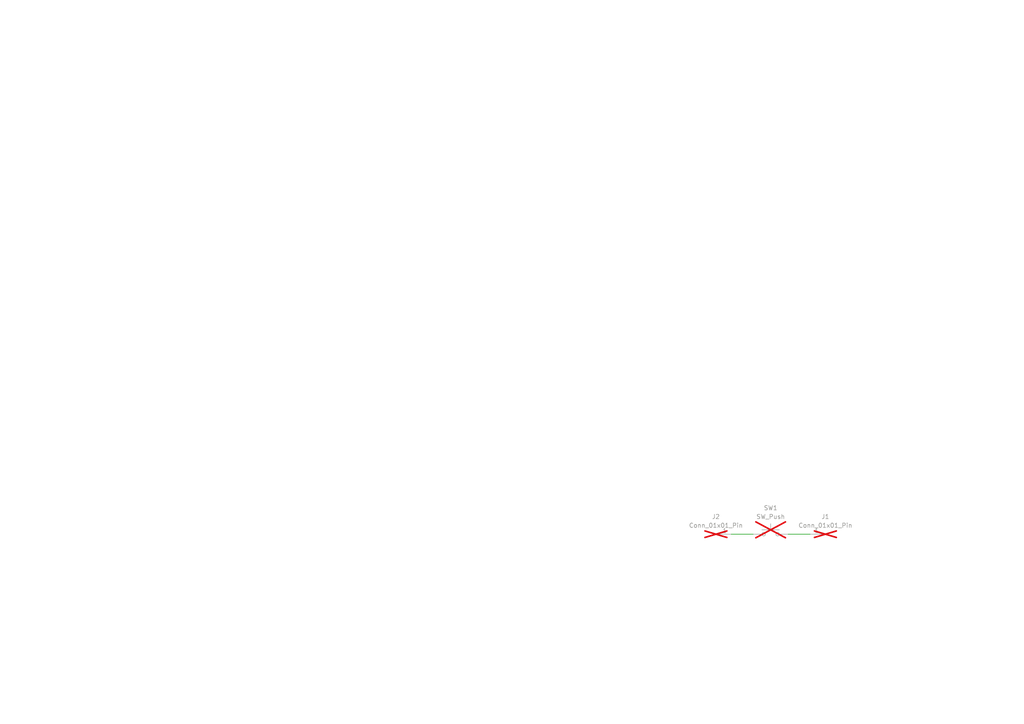
<source format=kicad_sch>
(kicad_sch (version 20231120) (generator "eeschema") (generator_version "8.0")
  (paper "A4")
  (title_block (title "Trigger contact PCB for GC Ultimate") (date "2024-10-29") (company "Hand Held Legend, LLC") (comment 1 "Designed by Mitch Cairns"))
  (lib_symbols
    (symbol "Connector:Conn_01x01_Pin" (pin_names (offset 1.016) hide)
      (property "Reference" "J" (at 0 2.54 0))
      (property "Value" "Conn_01x01_Pin" (at 0 -2.54 0))
      (symbol "Conn_01x01_Pin_1_1"
        (polyline (pts (xy 1.27 0) (xy 0.8636 0)) (stroke (width 0.1524)))
        (rectangle (start 0.8636 0.127) (end 0 -0.127) (stroke (width 0.1524)) (fill (type outline)))
        (pin passive line (at 5.08 0 180) (length 3.81) (name "Pin_1") (number "1"))
      )
    )
    (symbol "Switch:SW_Push" (pin_numbers hide) (pin_names (offset 1.016) hide)
      (property "Reference" "SW" (at 1.27 2.54 0))
      (property "Value" "SW_Push" (at 0 -1.524 0))
      (symbol "SW_Push_0_1"
        (circle (center -2.032 0) (radius 0.508))
        (polyline (pts (xy 0 1.27) (xy 0 3.048)))
        (polyline (pts (xy 2.54 1.27) (xy -2.54 1.27)))
        (circle (center 2.032 0) (radius 0.508))
        (pin passive line (at -5.08 0 0) (length 2.54) (name "1") (number "1"))
        (pin passive line (at 5.08 0 180) (length 2.54) (name "2") (number "2"))
      )
    )
  )
  (wire (pts (xy 228.6 154.94) (xy 234.95 154.94)))
  (wire (pts (xy 212.09 154.94) (xy 218.44 154.94)))
  (symbol (lib_id "Connector:Conn_01x01_Pin") (at 207.01 154.94 0) (unit 1) (in_bom no) (dnp yes)
    (property "Reference" "J2" (at 207.645 149.86 0))
    (property "Value" "Conn_01x01_Pin" (at 207.645 152.4 0))
    (property "Footprint" "Connector_PinHeader_2.00mm:PinHeader_1x01_P2.00mm_Vertical" (effects (hide yes)))
  )
  (symbol (lib_id "Connector:Conn_01x01_Pin") (at 240.03 154.94 180) (unit 1) (in_bom no) (dnp yes)
    (property "Reference" "J1" (at 239.395 149.86 0))
    (property "Value" "Conn_01x01_Pin" (at 239.395 152.4 0))
    (property "Footprint" "Connector_PinHeader_2.00mm:PinHeader_1x01_P2.00mm_Vertical" (effects (hide yes)))
  )
  (symbol (lib_id "Switch:SW_Push") (at 223.52 154.94 0) (unit 1) (in_bom no) (dnp yes)
    (property "Reference" "SW1" (at 223.52 147.32 0))
    (property "Value" "SW_Push" (at 223.52 149.86 0))
    (property "Footprint" "hhl:starprint" (effects (hide yes)))
  )
)
</source>
